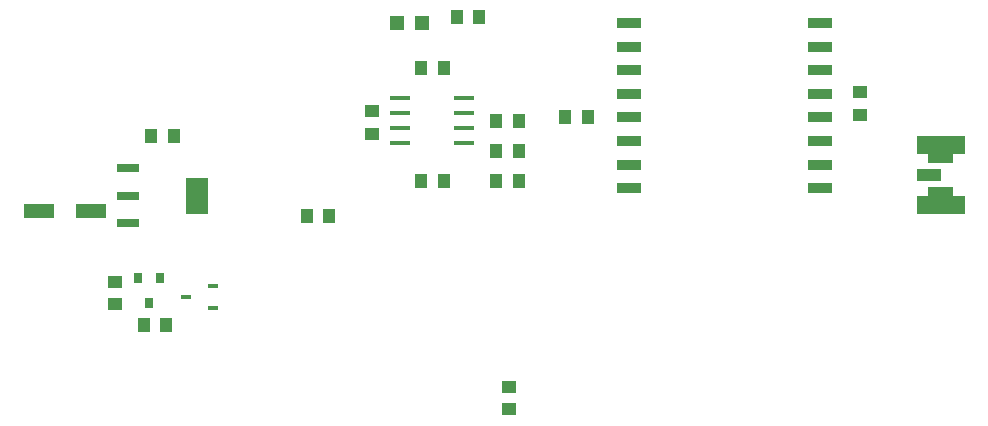
<source format=gtp>
G04 DipTrace 3.2.0.1*
G04 Teensy3.6TouchDisplayLoRaV03.gtp*
%MOIN*%
G04 #@! TF.FileFunction,Paste,Top*
G04 #@! TF.Part,Single*
%AMOUTLINE4*
4,1,4,
-0.03937,-0.015748,
0.03937,-0.015748,
0.03937,0.015748,
-0.03937,0.015748,
-0.03937,-0.015748,
0*%
%AMOUTLINE5*
4,1,4,
0.03937,0.015748,
-0.03937,0.015748,
-0.03937,-0.015748,
0.03937,-0.015748,
0.03937,0.015748,
0*%
%AMOUTLINE6*
4,1,4,
0.08,-0.03,
0.08,0.03,
-0.08,0.03,
-0.08,-0.03,
0.08,-0.03,
0*%
%AMOUTLINE7*
4,1,4,
0.04,-0.02,
0.04,0.02,
-0.04,0.02,
-0.04,-0.02,
0.04,-0.02,
0*%
%ADD36R,0.1X0.05*%
%ADD43R,0.047244X0.047244*%
%ADD45R,0.031496X0.035433*%
%ADD77R,0.070866X0.015748*%
%ADD79R,0.076772X0.120079*%
%ADD81R,0.076772X0.029528*%
%ADD93R,0.033465X0.017717*%
%ADD111R,0.051181X0.043307*%
%ADD113R,0.043307X0.051181*%
%ADD124OUTLINE4*%
%ADD125OUTLINE5*%
%ADD126OUTLINE6*%
%ADD127OUTLINE7*%
%FSLAX26Y26*%
G04*
G70*
G90*
G75*
G01*
G04 TopPaste*
%LPD*%
D113*
X2256103Y1743701D3*
X2181299D3*
D111*
X3393701Y2037360D3*
Y1962557D3*
X1768557Y1974785D3*
Y1899982D3*
D113*
X1549830Y1624822D3*
X1624633D3*
X2256103Y1943701D3*
X2181299D3*
D36*
X831201Y1643701D3*
X656201D3*
D113*
X1031299Y1893701D3*
X1106103D3*
D43*
X1935029Y2268701D3*
X1852352D3*
D45*
X1062381Y1418593D3*
X987578D3*
X1024979Y1335916D3*
D93*
X1237362Y1318604D3*
Y1393407D3*
X1146811Y1356005D3*
D113*
X2006103Y2118701D3*
X1931299D3*
X1081129Y1262360D3*
X1006326D3*
D111*
X912397Y1331103D3*
Y1405906D3*
D113*
X1931299Y1743701D3*
X2006103D3*
X2050019Y2287439D3*
X2124822D3*
D111*
X2224759Y981139D3*
Y1055942D3*
D113*
X2412239Y1956037D3*
X2487042D3*
X2256103Y1843701D3*
X2181299D3*
D124*
X3262598Y1718110D3*
Y1796851D3*
Y1875591D3*
Y1954331D3*
Y2033071D3*
Y2111811D3*
Y2190551D3*
Y2269292D3*
D125*
X2624803D3*
Y2190551D3*
Y2111811D3*
Y2033071D3*
Y1954331D3*
Y1875591D3*
Y1796851D3*
Y1718110D3*
D81*
X954528Y1784252D3*
Y1693701D3*
Y1603150D3*
D79*
X1182874Y1693701D3*
D77*
X2075000Y1868701D3*
Y1918701D3*
Y1968701D3*
Y2018701D3*
X1862402D3*
Y1968701D3*
Y1918701D3*
Y1868701D3*
G36*
X3587683Y1743443D2*
X3617675D1*
Y1781481D1*
X3587683D1*
Y1743443D1*
G37*
G36*
X3620705Y1691521D2*
X3704671D1*
Y1723579D1*
X3620705D1*
Y1691521D1*
G37*
G36*
X3704723Y1833325D2*
X3620705D1*
Y1801397D1*
X3704723D1*
Y1833325D1*
G37*
D126*
X3663702Y1862449D3*
Y1662449D3*
D127*
X3623702Y1762449D3*
M02*

</source>
